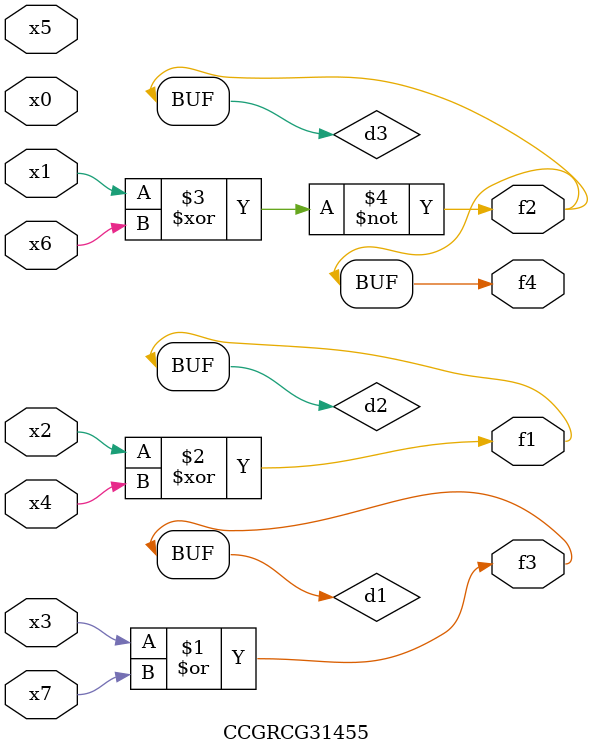
<source format=v>
module CCGRCG31455(
	input x0, x1, x2, x3, x4, x5, x6, x7,
	output f1, f2, f3, f4
);

	wire d1, d2, d3;

	or (d1, x3, x7);
	xor (d2, x2, x4);
	xnor (d3, x1, x6);
	assign f1 = d2;
	assign f2 = d3;
	assign f3 = d1;
	assign f4 = d3;
endmodule

</source>
